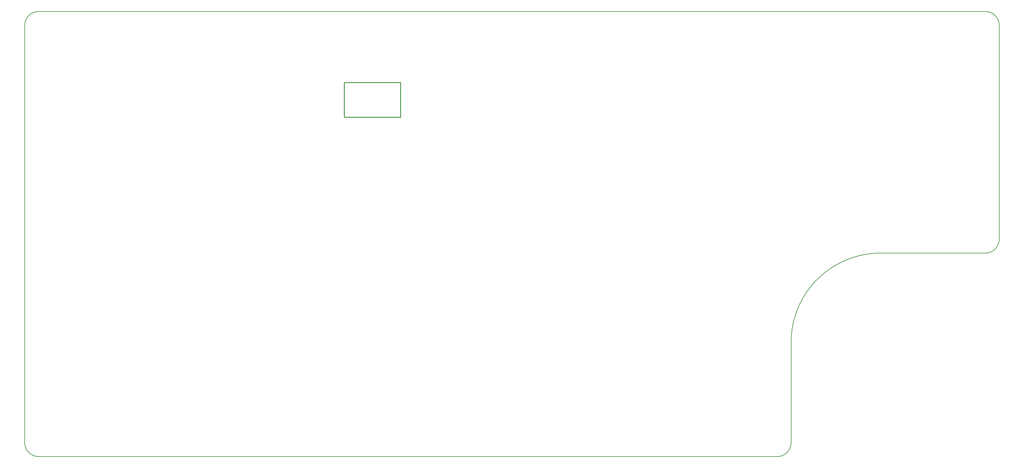
<source format=gko>
G04*
G04 #@! TF.GenerationSoftware,Altium Limited,Altium Designer,21.7.1 (17)*
G04*
G04 Layer_Color=16711935*
%FSLAX25Y25*%
%MOIN*%
G70*
G04*
G04 #@! TF.SameCoordinates,4C4A95DF-11EF-4B83-83A5-CF7285FCABA4*
G04*
G04*
G04 #@! TF.FilePolarity,Positive*
G04*
G01*
G75*
%ADD11C,0.01000*%
%ADD12C,0.00787*%
D11*
X361400Y384400D02*
X425200D01*
X361400Y423700D02*
X425200D01*
Y384400D02*
Y423700D01*
X361400Y384400D02*
Y423700D01*
D12*
X1086600Y230365D02*
X1087591Y230396D01*
X1088577Y230489D01*
X1089556Y230644D01*
X1090523Y230860D01*
X1091475Y231137D01*
X1092407Y231472D01*
X1093317Y231866D01*
X1094200Y232316D01*
X1095053Y232820D01*
X1095873Y233378D01*
X1096656Y233985D01*
X1097399Y234640D01*
X1098100Y235341D01*
X1098755Y236085D01*
X1099363Y236867D01*
X1099920Y237687D01*
X1100424Y238540D01*
X1100874Y239423D01*
X1101268Y240333D01*
X1101604Y241265D01*
X1101880Y242217D01*
X1102096Y243184D01*
X1102251Y244163D01*
X1102345Y245150D01*
X1102376Y246140D01*
X851153Y24D02*
X852144Y55D01*
X853131Y149D01*
X854109Y304D01*
X855077Y520D01*
X856028Y797D01*
X856961Y1132D01*
X857870Y1526D01*
X858753Y1976D01*
X859606Y2480D01*
X860426Y3037D01*
X861209Y3645D01*
X861952Y4300D01*
X862653Y5001D01*
X863309Y5744D01*
X863916Y6527D01*
X864473Y7347D01*
X864978Y8200D01*
X865427Y9083D01*
X865821Y9993D01*
X866157Y10925D01*
X866433Y11877D01*
X866650Y12844D01*
X866805Y13823D01*
X866898Y14809D01*
X866929Y15800D01*
X1102376Y488200D02*
X1102345Y489191D01*
X1102251Y490177D01*
X1102096Y491156D01*
X1101880Y492123D01*
X1101604Y493075D01*
X1101268Y494007D01*
X1100874Y494917D01*
X1100424Y495800D01*
X1099920Y496653D01*
X1099363Y497473D01*
X1098755Y498256D01*
X1098100Y498999D01*
X1097399Y499700D01*
X1096656Y500355D01*
X1095873Y500963D01*
X1095053Y501520D01*
X1094200Y502024D01*
X1093317Y502474D01*
X1092407Y502868D01*
X1091475Y503203D01*
X1090523Y503480D01*
X1089556Y503696D01*
X1088577Y503851D01*
X1087591Y503944D01*
X1086600Y503976D01*
X24Y15800D02*
X55Y14809D01*
X149Y13823D01*
X304Y12844D01*
X520Y11877D01*
X797Y10925D01*
X1132Y9993D01*
X1526Y9083D01*
X1976Y8200D01*
X2480Y7347D01*
X3037Y6527D01*
X3645Y5744D01*
X4300Y5001D01*
X5001Y4300D01*
X5744Y3645D01*
X6527Y3037D01*
X7347Y2480D01*
X8200Y1976D01*
X9083Y1526D01*
X9993Y1132D01*
X10925Y797D01*
X11877Y520D01*
X12844Y304D01*
X13823Y149D01*
X14809Y55D01*
X15800Y24D01*
Y503976D02*
X14809Y503944D01*
X13823Y503851D01*
X12844Y503696D01*
X11877Y503480D01*
X10925Y503203D01*
X9993Y502868D01*
X9083Y502474D01*
X8200Y502024D01*
X7347Y501520D01*
X6527Y500963D01*
X5744Y500355D01*
X5001Y499700D01*
X4300Y498999D01*
X3645Y498256D01*
X3037Y497473D01*
X2480Y496653D01*
X1976Y495800D01*
X1526Y494917D01*
X1132Y494007D01*
X797Y493075D01*
X520Y492123D01*
X304Y491156D01*
X149Y490177D01*
X55Y489190D01*
X24Y488200D01*
X968110Y230354D02*
X967111Y230350D01*
X966111Y230335D01*
X965112Y230310D01*
X964113Y230276D01*
X963114Y230231D01*
X962116Y230177D01*
X961119Y230113D01*
X960122Y230039D01*
X959126Y229955D01*
X958130Y229861D01*
X957136Y229758D01*
X956143Y229644D01*
X955151Y229521D01*
X954160Y229388D01*
X953171Y229246D01*
X952183Y229093D01*
X951197Y228931D01*
X950212Y228759D01*
X949229Y228577D01*
X948248Y228386D01*
X947269Y228185D01*
X946292Y227974D01*
X945317Y227754D01*
X944344Y227524D01*
X943374Y227284D01*
X942406Y227035D01*
X941440Y226776D01*
X940477Y226508D01*
X939517Y226230D01*
X938559Y225943D01*
X937605Y225646D01*
X936653Y225340D01*
X935705Y225025D01*
X934759Y224700D01*
X933817Y224366D01*
X932879Y224023D01*
X931943Y223670D01*
X931011Y223308D01*
X930083Y222937D01*
X929159Y222557D01*
X928238Y222167D01*
X927322Y221769D01*
X926409Y221361D01*
X925500Y220945D01*
X924596Y220519D01*
X923695Y220085D01*
X922799Y219642D01*
X921908Y219190D01*
X921021Y218729D01*
X920138Y218259D01*
X919261Y217781D01*
X918388Y217294D01*
X917519Y216799D01*
X916656Y216295D01*
X915798Y215782D01*
X914945Y215261D01*
X914097Y214732D01*
X913255Y214194D01*
X912417Y213648D01*
X911585Y213093D01*
X910759Y212531D01*
X909938Y211960D01*
X909123Y211382D01*
X908314Y210795D01*
X907511Y210200D01*
X906713Y209597D01*
X905922Y208987D01*
X905136Y208369D01*
X904357Y207743D01*
X903584Y207109D01*
X902817Y206468D01*
X902057Y205819D01*
X901303Y205163D01*
X900555Y204499D01*
X899814Y203828D01*
X899080Y203150D01*
X898353Y202464D01*
X897632Y201771D01*
X896918Y201072D01*
X896212Y200365D01*
X895512Y199651D01*
X894819Y198930D01*
X894133Y198203D01*
X893455Y197469D01*
X892784Y196728D01*
X892120Y195980D01*
X891464Y195226D01*
X890815Y194466D01*
X890174Y193699D01*
X889540Y192926D01*
X888914Y192147D01*
X888296Y191361D01*
X887686Y190570D01*
X887083Y189772D01*
X886488Y188969D01*
X885902Y188160D01*
X885323Y187345D01*
X884752Y186524D01*
X884190Y185697D01*
X883635Y184866D01*
X883089Y184028D01*
X882551Y183186D01*
X882022Y182338D01*
X881501Y181485D01*
X880989Y180627D01*
X880484Y179763D01*
X879989Y178895D01*
X879502Y178022D01*
X879024Y177145D01*
X878554Y176262D01*
X878093Y175375D01*
X877641Y174484D01*
X877198Y173588D01*
X876764Y172687D01*
X876338Y171783D01*
X875922Y170874D01*
X875514Y169961D01*
X875116Y169045D01*
X874727Y168124D01*
X874346Y167200D01*
X873975Y166271D01*
X873613Y165340D01*
X873261Y164404D01*
X872917Y163465D01*
X872583Y162523D01*
X872258Y161578D01*
X871943Y160629D01*
X871637Y159678D01*
X871340Y158723D01*
X871053Y157766D01*
X870775Y156806D01*
X870507Y155843D01*
X870248Y154877D01*
X869999Y153909D01*
X869760Y152939D01*
X869530Y151966D01*
X869309Y150991D01*
X869098Y150014D01*
X868898Y149035D01*
X868706Y148054D01*
X868524Y147071D01*
X868353Y146086D01*
X868190Y145100D01*
X868038Y144112D01*
X867895Y143122D01*
X867762Y142132D01*
X867639Y141140D01*
X867526Y140147D01*
X867422Y139152D01*
X867329Y138157D01*
X867245Y137161D01*
X867171Y136164D01*
X867107Y135167D01*
X867052Y134169D01*
X867008Y133170D01*
X866973Y132171D01*
X866949Y131172D01*
X866934Y130172D01*
X866929Y129173D01*
X968110Y230355D02*
X1086600D01*
X1102376Y246140D02*
X1102376Y488200D01*
X15800Y503976D02*
X1086600D01*
X24Y15800D02*
Y488200D01*
X15800Y24D02*
X851153D01*
X866929Y15800D02*
X866929Y129173D01*
M02*

</source>
